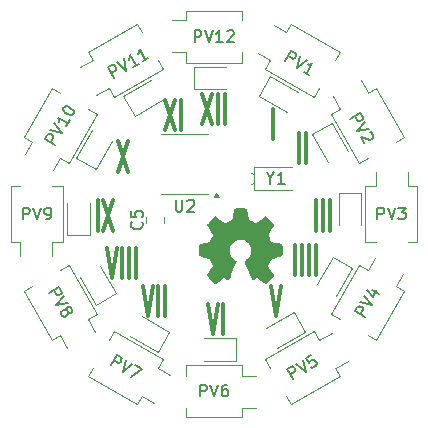
<source format=gbr>
%TF.GenerationSoftware,KiCad,Pcbnew,9.0.0*%
%TF.CreationDate,2025-03-16T18:04:45+02:00*%
%TF.ProjectId,LumiTimeV2,4c756d69-5469-46d6-9556-322e6b696361,rev?*%
%TF.SameCoordinates,Original*%
%TF.FileFunction,Legend,Top*%
%TF.FilePolarity,Positive*%
%FSLAX46Y46*%
G04 Gerber Fmt 4.6, Leading zero omitted, Abs format (unit mm)*
G04 Created by KiCad (PCBNEW 9.0.0) date 2025-03-16 18:04:45*
%MOMM*%
%LPD*%
G01*
G04 APERTURE LIST*
%ADD10C,0.300000*%
%ADD11C,0.150000*%
%ADD12C,0.120000*%
%ADD13C,0.000000*%
G04 APERTURE END LIST*
D10*
X154999999Y-93668704D02*
X154999999Y-91108704D01*
X145874285Y-90358704D02*
X146720952Y-92918704D01*
X146720952Y-90358704D02*
X145874285Y-92918704D01*
X147204761Y-92918704D02*
X147204761Y-90358704D01*
X154826667Y-106108704D02*
X155250000Y-108668704D01*
X155250000Y-108668704D02*
X155673334Y-106108704D01*
X143971905Y-106108704D02*
X144395238Y-108668704D01*
X144395238Y-108668704D02*
X144818572Y-106108704D01*
X145241904Y-108668704D02*
X145241904Y-106108704D01*
X145846666Y-108668704D02*
X145846666Y-106108704D01*
X157197618Y-95668704D02*
X157197618Y-93108704D01*
X157802380Y-95668704D02*
X157802380Y-93108704D01*
X158645237Y-101418704D02*
X158645237Y-98858704D01*
X159249999Y-101418704D02*
X159249999Y-98858704D01*
X159854761Y-101418704D02*
X159854761Y-98858704D01*
X141826666Y-93858704D02*
X142673333Y-96418704D01*
X142673333Y-93858704D02*
X141826666Y-96418704D01*
X140919524Y-102858704D02*
X141342857Y-105418704D01*
X141342857Y-105418704D02*
X141766191Y-102858704D01*
X142189523Y-105418704D02*
X142189523Y-102858704D01*
X142794285Y-105418704D02*
X142794285Y-102858704D01*
X143399047Y-105418704D02*
X143399047Y-102858704D01*
X149524286Y-107608704D02*
X149947619Y-110168704D01*
X149947619Y-110168704D02*
X150370953Y-107608704D01*
X150794285Y-110168704D02*
X150794285Y-107608704D01*
X140145237Y-101418704D02*
X140145237Y-98858704D01*
X140629047Y-98858704D02*
X141475714Y-101418704D01*
X141475714Y-98858704D02*
X140629047Y-101418704D01*
X148971904Y-89858704D02*
X149818571Y-92418704D01*
X149818571Y-89858704D02*
X148971904Y-92418704D01*
X150302380Y-92418704D02*
X150302380Y-89858704D01*
X150907142Y-92418704D02*
X150907142Y-89858704D01*
X156842856Y-105168704D02*
X156842856Y-102608704D01*
X157447618Y-105168704D02*
X157447618Y-102608704D01*
X158052380Y-105168704D02*
X158052380Y-102608704D01*
X158657142Y-105168704D02*
X158657142Y-102608704D01*
D11*
X148357143Y-85454819D02*
X148357143Y-84454819D01*
X148357143Y-84454819D02*
X148738095Y-84454819D01*
X148738095Y-84454819D02*
X148833333Y-84502438D01*
X148833333Y-84502438D02*
X148880952Y-84550057D01*
X148880952Y-84550057D02*
X148928571Y-84645295D01*
X148928571Y-84645295D02*
X148928571Y-84788152D01*
X148928571Y-84788152D02*
X148880952Y-84883390D01*
X148880952Y-84883390D02*
X148833333Y-84931009D01*
X148833333Y-84931009D02*
X148738095Y-84978628D01*
X148738095Y-84978628D02*
X148357143Y-84978628D01*
X149214286Y-84454819D02*
X149547619Y-85454819D01*
X149547619Y-85454819D02*
X149880952Y-84454819D01*
X150738095Y-85454819D02*
X150166667Y-85454819D01*
X150452381Y-85454819D02*
X150452381Y-84454819D01*
X150452381Y-84454819D02*
X150357143Y-84597676D01*
X150357143Y-84597676D02*
X150261905Y-84692914D01*
X150261905Y-84692914D02*
X150166667Y-84740533D01*
X151119048Y-84550057D02*
X151166667Y-84502438D01*
X151166667Y-84502438D02*
X151261905Y-84454819D01*
X151261905Y-84454819D02*
X151500000Y-84454819D01*
X151500000Y-84454819D02*
X151595238Y-84502438D01*
X151595238Y-84502438D02*
X151642857Y-84550057D01*
X151642857Y-84550057D02*
X151690476Y-84645295D01*
X151690476Y-84645295D02*
X151690476Y-84740533D01*
X151690476Y-84740533D02*
X151642857Y-84883390D01*
X151642857Y-84883390D02*
X151071429Y-85454819D01*
X151071429Y-85454819D02*
X151690476Y-85454819D01*
X146738095Y-98799819D02*
X146738095Y-99609342D01*
X146738095Y-99609342D02*
X146785714Y-99704580D01*
X146785714Y-99704580D02*
X146833333Y-99752200D01*
X146833333Y-99752200D02*
X146928571Y-99799819D01*
X146928571Y-99799819D02*
X147119047Y-99799819D01*
X147119047Y-99799819D02*
X147214285Y-99752200D01*
X147214285Y-99752200D02*
X147261904Y-99704580D01*
X147261904Y-99704580D02*
X147309523Y-99609342D01*
X147309523Y-99609342D02*
X147309523Y-98799819D01*
X147738095Y-98895057D02*
X147785714Y-98847438D01*
X147785714Y-98847438D02*
X147880952Y-98799819D01*
X147880952Y-98799819D02*
X148119047Y-98799819D01*
X148119047Y-98799819D02*
X148214285Y-98847438D01*
X148214285Y-98847438D02*
X148261904Y-98895057D01*
X148261904Y-98895057D02*
X148309523Y-98990295D01*
X148309523Y-98990295D02*
X148309523Y-99085533D01*
X148309523Y-99085533D02*
X148261904Y-99228390D01*
X148261904Y-99228390D02*
X147690476Y-99799819D01*
X147690476Y-99799819D02*
X148309523Y-99799819D01*
X156012227Y-87060551D02*
X156512227Y-86194526D01*
X156512227Y-86194526D02*
X156842141Y-86385002D01*
X156842141Y-86385002D02*
X156900810Y-86473860D01*
X156900810Y-86473860D02*
X156918240Y-86538909D01*
X156918240Y-86538909D02*
X156911860Y-86645197D01*
X156911860Y-86645197D02*
X156840432Y-86768915D01*
X156840432Y-86768915D02*
X156751574Y-86827584D01*
X156751574Y-86827584D02*
X156686525Y-86845014D01*
X156686525Y-86845014D02*
X156580237Y-86838634D01*
X156580237Y-86838634D02*
X156250322Y-86648158D01*
X157254534Y-86623097D02*
X157043210Y-87655789D01*
X157043210Y-87655789D02*
X157831885Y-86956430D01*
X158074192Y-88251027D02*
X157579321Y-87965313D01*
X157826756Y-88108170D02*
X158326756Y-87242145D01*
X158326756Y-87242145D02*
X158172849Y-87318244D01*
X158172849Y-87318244D02*
X158042752Y-87353103D01*
X158042752Y-87353103D02*
X157936463Y-87346723D01*
X136022781Y-106717046D02*
X136888807Y-106217046D01*
X136888807Y-106217046D02*
X137079283Y-106546960D01*
X137079283Y-106546960D02*
X137085663Y-106653249D01*
X137085663Y-106653249D02*
X137068233Y-106718297D01*
X137068233Y-106718297D02*
X137009564Y-106807156D01*
X137009564Y-106807156D02*
X136885846Y-106878584D01*
X136885846Y-106878584D02*
X136779558Y-106884964D01*
X136779558Y-106884964D02*
X136714509Y-106867534D01*
X136714509Y-106867534D02*
X136625651Y-106808865D01*
X136625651Y-106808865D02*
X136435174Y-106478951D01*
X137317378Y-106959353D02*
X136618019Y-107748029D01*
X136618019Y-107748029D02*
X137650711Y-107536704D01*
X137517653Y-108163383D02*
X137511273Y-108057094D01*
X137511273Y-108057094D02*
X137528703Y-107992046D01*
X137528703Y-107992046D02*
X137587372Y-107903187D01*
X137587372Y-107903187D02*
X137628611Y-107879378D01*
X137628611Y-107879378D02*
X137734900Y-107872998D01*
X137734900Y-107872998D02*
X137799948Y-107890428D01*
X137799948Y-107890428D02*
X137888807Y-107949097D01*
X137888807Y-107949097D02*
X137984045Y-108114054D01*
X137984045Y-108114054D02*
X137990425Y-108220342D01*
X137990425Y-108220342D02*
X137972995Y-108285391D01*
X137972995Y-108285391D02*
X137914326Y-108374249D01*
X137914326Y-108374249D02*
X137873086Y-108398059D01*
X137873086Y-108398059D02*
X137766798Y-108404439D01*
X137766798Y-108404439D02*
X137701749Y-108387009D01*
X137701749Y-108387009D02*
X137612891Y-108328340D01*
X137612891Y-108328340D02*
X137517653Y-108163383D01*
X137517653Y-108163383D02*
X137428795Y-108104714D01*
X137428795Y-108104714D02*
X137363746Y-108087284D01*
X137363746Y-108087284D02*
X137257458Y-108093663D01*
X137257458Y-108093663D02*
X137092500Y-108188902D01*
X137092500Y-108188902D02*
X137033831Y-108277760D01*
X137033831Y-108277760D02*
X137016402Y-108342809D01*
X137016402Y-108342809D02*
X137022781Y-108449097D01*
X137022781Y-108449097D02*
X137118019Y-108614054D01*
X137118019Y-108614054D02*
X137206878Y-108672723D01*
X137206878Y-108672723D02*
X137271927Y-108690153D01*
X137271927Y-108690153D02*
X137378215Y-108683773D01*
X137378215Y-108683773D02*
X137543172Y-108588535D01*
X137543172Y-108588535D02*
X137601841Y-108499677D01*
X137601841Y-108499677D02*
X137619271Y-108434628D01*
X137619271Y-108434628D02*
X137612891Y-108328340D01*
X141262227Y-112810551D02*
X141762227Y-111944526D01*
X141762227Y-111944526D02*
X142092141Y-112135002D01*
X142092141Y-112135002D02*
X142150810Y-112223860D01*
X142150810Y-112223860D02*
X142168240Y-112288909D01*
X142168240Y-112288909D02*
X142161860Y-112395197D01*
X142161860Y-112395197D02*
X142090432Y-112518915D01*
X142090432Y-112518915D02*
X142001574Y-112577584D01*
X142001574Y-112577584D02*
X141936525Y-112595014D01*
X141936525Y-112595014D02*
X141830237Y-112588634D01*
X141830237Y-112588634D02*
X141500322Y-112398158D01*
X142504534Y-112373097D02*
X142293210Y-113405789D01*
X142293210Y-113405789D02*
X143081885Y-112706430D01*
X143288081Y-112825478D02*
X143865432Y-113158811D01*
X143865432Y-113158811D02*
X142994278Y-113810551D01*
X163833333Y-100454819D02*
X163833333Y-99454819D01*
X163833333Y-99454819D02*
X164214285Y-99454819D01*
X164214285Y-99454819D02*
X164309523Y-99502438D01*
X164309523Y-99502438D02*
X164357142Y-99550057D01*
X164357142Y-99550057D02*
X164404761Y-99645295D01*
X164404761Y-99645295D02*
X164404761Y-99788152D01*
X164404761Y-99788152D02*
X164357142Y-99883390D01*
X164357142Y-99883390D02*
X164309523Y-99931009D01*
X164309523Y-99931009D02*
X164214285Y-99978628D01*
X164214285Y-99978628D02*
X163833333Y-99978628D01*
X164690476Y-99454819D02*
X165023809Y-100454819D01*
X165023809Y-100454819D02*
X165357142Y-99454819D01*
X165595238Y-99454819D02*
X166214285Y-99454819D01*
X166214285Y-99454819D02*
X165880952Y-99835771D01*
X165880952Y-99835771D02*
X166023809Y-99835771D01*
X166023809Y-99835771D02*
X166119047Y-99883390D01*
X166119047Y-99883390D02*
X166166666Y-99931009D01*
X166166666Y-99931009D02*
X166214285Y-100026247D01*
X166214285Y-100026247D02*
X166214285Y-100264342D01*
X166214285Y-100264342D02*
X166166666Y-100359580D01*
X166166666Y-100359580D02*
X166119047Y-100407200D01*
X166119047Y-100407200D02*
X166023809Y-100454819D01*
X166023809Y-100454819D02*
X165738095Y-100454819D01*
X165738095Y-100454819D02*
X165642857Y-100407200D01*
X165642857Y-100407200D02*
X165595238Y-100359580D01*
X161522781Y-91967046D02*
X162388807Y-91467046D01*
X162388807Y-91467046D02*
X162579283Y-91796960D01*
X162579283Y-91796960D02*
X162585663Y-91903249D01*
X162585663Y-91903249D02*
X162568233Y-91968297D01*
X162568233Y-91968297D02*
X162509564Y-92057156D01*
X162509564Y-92057156D02*
X162385846Y-92128584D01*
X162385846Y-92128584D02*
X162279558Y-92134964D01*
X162279558Y-92134964D02*
X162214509Y-92117534D01*
X162214509Y-92117534D02*
X162125651Y-92058865D01*
X162125651Y-92058865D02*
X161935174Y-91728951D01*
X162817378Y-92209353D02*
X162118019Y-92998029D01*
X162118019Y-92998029D02*
X163150711Y-92786704D01*
X163211090Y-93081759D02*
X163276139Y-93099189D01*
X163276139Y-93099189D02*
X163364997Y-93157858D01*
X163364997Y-93157858D02*
X163484045Y-93364054D01*
X163484045Y-93364054D02*
X163490425Y-93470342D01*
X163490425Y-93470342D02*
X163472995Y-93535391D01*
X163472995Y-93535391D02*
X163414326Y-93624249D01*
X163414326Y-93624249D02*
X163331847Y-93671868D01*
X163331847Y-93671868D02*
X163184320Y-93702058D01*
X163184320Y-93702058D02*
X162403734Y-93492900D01*
X162403734Y-93492900D02*
X162713258Y-94029011D01*
X154773809Y-96978628D02*
X154773809Y-97454819D01*
X154440476Y-96454819D02*
X154773809Y-96978628D01*
X154773809Y-96978628D02*
X155107142Y-96454819D01*
X155964285Y-97454819D02*
X155392857Y-97454819D01*
X155678571Y-97454819D02*
X155678571Y-96454819D01*
X155678571Y-96454819D02*
X155583333Y-96597676D01*
X155583333Y-96597676D02*
X155488095Y-96692914D01*
X155488095Y-96692914D02*
X155392857Y-96740533D01*
X143859580Y-100666666D02*
X143907200Y-100714285D01*
X143907200Y-100714285D02*
X143954819Y-100857142D01*
X143954819Y-100857142D02*
X143954819Y-100952380D01*
X143954819Y-100952380D02*
X143907200Y-101095237D01*
X143907200Y-101095237D02*
X143811961Y-101190475D01*
X143811961Y-101190475D02*
X143716723Y-101238094D01*
X143716723Y-101238094D02*
X143526247Y-101285713D01*
X143526247Y-101285713D02*
X143383390Y-101285713D01*
X143383390Y-101285713D02*
X143192914Y-101238094D01*
X143192914Y-101238094D02*
X143097676Y-101190475D01*
X143097676Y-101190475D02*
X143002438Y-101095237D01*
X143002438Y-101095237D02*
X142954819Y-100952380D01*
X142954819Y-100952380D02*
X142954819Y-100857142D01*
X142954819Y-100857142D02*
X143002438Y-100714285D01*
X143002438Y-100714285D02*
X143050057Y-100666666D01*
X142954819Y-99761904D02*
X142954819Y-100238094D01*
X142954819Y-100238094D02*
X143431009Y-100285713D01*
X143431009Y-100285713D02*
X143383390Y-100238094D01*
X143383390Y-100238094D02*
X143335771Y-100142856D01*
X143335771Y-100142856D02*
X143335771Y-99904761D01*
X143335771Y-99904761D02*
X143383390Y-99809523D01*
X143383390Y-99809523D02*
X143431009Y-99761904D01*
X143431009Y-99761904D02*
X143526247Y-99714285D01*
X143526247Y-99714285D02*
X143764342Y-99714285D01*
X143764342Y-99714285D02*
X143859580Y-99761904D01*
X143859580Y-99761904D02*
X143907200Y-99809523D01*
X143907200Y-99809523D02*
X143954819Y-99904761D01*
X143954819Y-99904761D02*
X143954819Y-100142856D01*
X143954819Y-100142856D02*
X143907200Y-100238094D01*
X143907200Y-100238094D02*
X143859580Y-100285713D01*
X136572456Y-94150165D02*
X135706431Y-93650165D01*
X135706431Y-93650165D02*
X135896907Y-93320250D01*
X135896907Y-93320250D02*
X135985765Y-93261581D01*
X135985765Y-93261581D02*
X136050814Y-93244151D01*
X136050814Y-93244151D02*
X136157102Y-93250531D01*
X136157102Y-93250531D02*
X136280820Y-93321960D01*
X136280820Y-93321960D02*
X136339489Y-93410818D01*
X136339489Y-93410818D02*
X136356919Y-93475867D01*
X136356919Y-93475867D02*
X136350539Y-93582155D01*
X136350539Y-93582155D02*
X136160063Y-93912069D01*
X136135002Y-92907857D02*
X137167694Y-93119182D01*
X137167694Y-93119182D02*
X136468335Y-92330507D01*
X137762932Y-92088199D02*
X137477218Y-92583071D01*
X137620075Y-92335635D02*
X136754050Y-91835635D01*
X136754050Y-91835635D02*
X136830149Y-91989542D01*
X136830149Y-91989542D02*
X136865008Y-92119640D01*
X136865008Y-92119640D02*
X136858628Y-92225928D01*
X137206431Y-91052088D02*
X137254050Y-90969610D01*
X137254050Y-90969610D02*
X137342908Y-90910941D01*
X137342908Y-90910941D02*
X137407957Y-90893511D01*
X137407957Y-90893511D02*
X137514245Y-90899891D01*
X137514245Y-90899891D02*
X137703012Y-90953889D01*
X137703012Y-90953889D02*
X137909208Y-91072937D01*
X137909208Y-91072937D02*
X138050356Y-91209414D01*
X138050356Y-91209414D02*
X138109025Y-91298273D01*
X138109025Y-91298273D02*
X138126455Y-91363322D01*
X138126455Y-91363322D02*
X138120075Y-91469610D01*
X138120075Y-91469610D02*
X138072456Y-91552088D01*
X138072456Y-91552088D02*
X137983598Y-91610757D01*
X137983598Y-91610757D02*
X137918549Y-91628187D01*
X137918549Y-91628187D02*
X137812261Y-91621807D01*
X137812261Y-91621807D02*
X137623494Y-91567809D01*
X137623494Y-91567809D02*
X137417297Y-91448761D01*
X137417297Y-91448761D02*
X137276150Y-91312284D01*
X137276150Y-91312284D02*
X137217481Y-91223425D01*
X137217481Y-91223425D02*
X137200051Y-91158376D01*
X137200051Y-91158376D02*
X137206431Y-91052088D01*
X162810551Y-108737772D02*
X161944526Y-108237772D01*
X161944526Y-108237772D02*
X162135002Y-107907858D01*
X162135002Y-107907858D02*
X162223860Y-107849189D01*
X162223860Y-107849189D02*
X162288909Y-107831759D01*
X162288909Y-107831759D02*
X162395197Y-107838139D01*
X162395197Y-107838139D02*
X162518915Y-107909567D01*
X162518915Y-107909567D02*
X162577584Y-107998425D01*
X162577584Y-107998425D02*
X162595014Y-108063474D01*
X162595014Y-108063474D02*
X162588634Y-108169762D01*
X162588634Y-108169762D02*
X162398158Y-108499677D01*
X162373097Y-107495465D02*
X163405789Y-107706789D01*
X163405789Y-107706789D02*
X162706430Y-106918114D01*
X163376058Y-106424952D02*
X163953408Y-106758285D01*
X162927096Y-106440672D02*
X163426638Y-107004012D01*
X163426638Y-107004012D02*
X163736162Y-106467901D01*
X156717046Y-113977218D02*
X156217046Y-113111192D01*
X156217046Y-113111192D02*
X156546960Y-112920716D01*
X156546960Y-112920716D02*
X156653249Y-112914336D01*
X156653249Y-112914336D02*
X156718297Y-112931766D01*
X156718297Y-112931766D02*
X156807156Y-112990435D01*
X156807156Y-112990435D02*
X156878584Y-113114153D01*
X156878584Y-113114153D02*
X156884964Y-113220441D01*
X156884964Y-113220441D02*
X156867534Y-113285490D01*
X156867534Y-113285490D02*
X156808865Y-113374348D01*
X156808865Y-113374348D02*
X156478951Y-113564825D01*
X156959353Y-112682621D02*
X157748029Y-113381980D01*
X157748029Y-113381980D02*
X157536704Y-112349288D01*
X158237772Y-111944526D02*
X157825379Y-112182621D01*
X157825379Y-112182621D02*
X158022235Y-112618823D01*
X158022235Y-112618823D02*
X158039665Y-112553775D01*
X158039665Y-112553775D02*
X158098334Y-112464916D01*
X158098334Y-112464916D02*
X158304530Y-112345869D01*
X158304530Y-112345869D02*
X158410818Y-112339489D01*
X158410818Y-112339489D02*
X158475867Y-112356919D01*
X158475867Y-112356919D02*
X158564726Y-112415588D01*
X158564726Y-112415588D02*
X158683773Y-112621784D01*
X158683773Y-112621784D02*
X158690153Y-112728072D01*
X158690153Y-112728072D02*
X158672723Y-112793121D01*
X158672723Y-112793121D02*
X158614054Y-112881980D01*
X158614054Y-112881980D02*
X158407858Y-113001027D01*
X158407858Y-113001027D02*
X158301569Y-113007407D01*
X158301569Y-113007407D02*
X158236521Y-112989977D01*
X141554653Y-88465313D02*
X141054653Y-87599287D01*
X141054653Y-87599287D02*
X141384568Y-87408811D01*
X141384568Y-87408811D02*
X141490856Y-87402431D01*
X141490856Y-87402431D02*
X141555905Y-87419861D01*
X141555905Y-87419861D02*
X141644763Y-87478530D01*
X141644763Y-87478530D02*
X141716192Y-87602248D01*
X141716192Y-87602248D02*
X141722571Y-87708536D01*
X141722571Y-87708536D02*
X141705142Y-87773585D01*
X141705142Y-87773585D02*
X141646473Y-87862443D01*
X141646473Y-87862443D02*
X141316558Y-88052920D01*
X141796961Y-87170716D02*
X142585636Y-87870075D01*
X142585636Y-87870075D02*
X142374311Y-86837383D01*
X143616619Y-87274836D02*
X143121747Y-87560551D01*
X143369183Y-87417694D02*
X142869183Y-86551668D01*
X142869183Y-86551668D02*
X142858133Y-86723005D01*
X142858133Y-86723005D02*
X142823273Y-86853103D01*
X142823273Y-86853103D02*
X142764604Y-86941961D01*
X144441405Y-86798646D02*
X143946533Y-87084360D01*
X144193969Y-86941503D02*
X143693969Y-86075478D01*
X143693969Y-86075478D02*
X143682919Y-86246815D01*
X143682919Y-86246815D02*
X143648059Y-86376912D01*
X143648059Y-86376912D02*
X143589390Y-86465771D01*
X133833333Y-100454819D02*
X133833333Y-99454819D01*
X133833333Y-99454819D02*
X134214285Y-99454819D01*
X134214285Y-99454819D02*
X134309523Y-99502438D01*
X134309523Y-99502438D02*
X134357142Y-99550057D01*
X134357142Y-99550057D02*
X134404761Y-99645295D01*
X134404761Y-99645295D02*
X134404761Y-99788152D01*
X134404761Y-99788152D02*
X134357142Y-99883390D01*
X134357142Y-99883390D02*
X134309523Y-99931009D01*
X134309523Y-99931009D02*
X134214285Y-99978628D01*
X134214285Y-99978628D02*
X133833333Y-99978628D01*
X134690476Y-99454819D02*
X135023809Y-100454819D01*
X135023809Y-100454819D02*
X135357142Y-99454819D01*
X135738095Y-100454819D02*
X135928571Y-100454819D01*
X135928571Y-100454819D02*
X136023809Y-100407200D01*
X136023809Y-100407200D02*
X136071428Y-100359580D01*
X136071428Y-100359580D02*
X136166666Y-100216723D01*
X136166666Y-100216723D02*
X136214285Y-100026247D01*
X136214285Y-100026247D02*
X136214285Y-99645295D01*
X136214285Y-99645295D02*
X136166666Y-99550057D01*
X136166666Y-99550057D02*
X136119047Y-99502438D01*
X136119047Y-99502438D02*
X136023809Y-99454819D01*
X136023809Y-99454819D02*
X135833333Y-99454819D01*
X135833333Y-99454819D02*
X135738095Y-99502438D01*
X135738095Y-99502438D02*
X135690476Y-99550057D01*
X135690476Y-99550057D02*
X135642857Y-99645295D01*
X135642857Y-99645295D02*
X135642857Y-99883390D01*
X135642857Y-99883390D02*
X135690476Y-99978628D01*
X135690476Y-99978628D02*
X135738095Y-100026247D01*
X135738095Y-100026247D02*
X135833333Y-100073866D01*
X135833333Y-100073866D02*
X136023809Y-100073866D01*
X136023809Y-100073866D02*
X136119047Y-100026247D01*
X136119047Y-100026247D02*
X136166666Y-99978628D01*
X136166666Y-99978628D02*
X136214285Y-99883390D01*
X148833333Y-115454819D02*
X148833333Y-114454819D01*
X148833333Y-114454819D02*
X149214285Y-114454819D01*
X149214285Y-114454819D02*
X149309523Y-114502438D01*
X149309523Y-114502438D02*
X149357142Y-114550057D01*
X149357142Y-114550057D02*
X149404761Y-114645295D01*
X149404761Y-114645295D02*
X149404761Y-114788152D01*
X149404761Y-114788152D02*
X149357142Y-114883390D01*
X149357142Y-114883390D02*
X149309523Y-114931009D01*
X149309523Y-114931009D02*
X149214285Y-114978628D01*
X149214285Y-114978628D02*
X148833333Y-114978628D01*
X149690476Y-114454819D02*
X150023809Y-115454819D01*
X150023809Y-115454819D02*
X150357142Y-114454819D01*
X151119047Y-114454819D02*
X150928571Y-114454819D01*
X150928571Y-114454819D02*
X150833333Y-114502438D01*
X150833333Y-114502438D02*
X150785714Y-114550057D01*
X150785714Y-114550057D02*
X150690476Y-114692914D01*
X150690476Y-114692914D02*
X150642857Y-114883390D01*
X150642857Y-114883390D02*
X150642857Y-115264342D01*
X150642857Y-115264342D02*
X150690476Y-115359580D01*
X150690476Y-115359580D02*
X150738095Y-115407200D01*
X150738095Y-115407200D02*
X150833333Y-115454819D01*
X150833333Y-115454819D02*
X151023809Y-115454819D01*
X151023809Y-115454819D02*
X151119047Y-115407200D01*
X151119047Y-115407200D02*
X151166666Y-115359580D01*
X151166666Y-115359580D02*
X151214285Y-115264342D01*
X151214285Y-115264342D02*
X151214285Y-115026247D01*
X151214285Y-115026247D02*
X151166666Y-114931009D01*
X151166666Y-114931009D02*
X151119047Y-114883390D01*
X151119047Y-114883390D02*
X151023809Y-114835771D01*
X151023809Y-114835771D02*
X150833333Y-114835771D01*
X150833333Y-114835771D02*
X150738095Y-114883390D01*
X150738095Y-114883390D02*
X150690476Y-114931009D01*
X150690476Y-114931009D02*
X150642857Y-115026247D01*
D12*
%TO.C,PV12*%
X146410000Y-86310000D02*
X147600000Y-86310000D01*
X147590000Y-83600000D02*
X146410000Y-83600000D01*
X147600000Y-82800000D02*
X147600000Y-83600000D01*
X147600000Y-86310000D02*
X147600000Y-87200000D01*
X147600000Y-87200000D02*
X152400000Y-87200000D01*
X152400000Y-82800000D02*
X147600000Y-82800000D01*
X152400000Y-83600000D02*
X152400000Y-82800000D01*
X152400000Y-87200000D02*
X152400000Y-86310000D01*
%TO.C,D2*%
X158294866Y-93270747D02*
X159637366Y-95596025D01*
X159957634Y-92310747D02*
X158294866Y-93270747D01*
X161300134Y-94636025D02*
X159957634Y-92310747D01*
%TO.C,U2*%
X147500000Y-93190000D02*
X145550000Y-93190000D01*
X147500000Y-93190000D02*
X149450000Y-93190000D01*
X147500000Y-98310000D02*
X145550000Y-98310000D01*
X147500000Y-98310000D02*
X149450000Y-98310000D01*
X150440000Y-98545000D02*
X149960000Y-98545000D01*
X150200000Y-98215000D01*
X150440000Y-98545000D01*
G36*
X150440000Y-98545000D02*
G01*
X149960000Y-98545000D01*
X150200000Y-98215000D01*
X150440000Y-98545000D01*
G37*
%TO.C,D5*%
X155363975Y-111331384D02*
X157689253Y-109988884D01*
X156729253Y-108326116D02*
X154403975Y-109668616D01*
X157689253Y-109988884D02*
X156729253Y-108326116D01*
%TO.C,D1*%
X153810747Y-89988884D02*
X156136025Y-91331384D01*
X154770747Y-88326116D02*
X153810747Y-89988884D01*
X157096025Y-89668616D02*
X154770747Y-88326116D01*
%TO.C,PV1*%
X153735969Y-86339493D02*
X154766539Y-86934493D01*
X154321540Y-87705255D02*
X158478461Y-90105256D01*
X154766539Y-86934493D02*
X154321540Y-87705255D01*
X156112879Y-84582564D02*
X155090969Y-83992564D01*
X156521539Y-83894744D02*
X156121539Y-84587564D01*
X158478461Y-90105256D02*
X158923460Y-89334494D01*
X160278460Y-86987565D02*
X160678460Y-86294745D01*
X160678460Y-86294745D02*
X156521539Y-83894744D01*
%TO.C,PV8*%
X133894744Y-106521540D02*
X136294745Y-110678462D01*
X134587565Y-106121538D02*
X133894744Y-106521540D01*
X136294745Y-110678462D02*
X136987564Y-110278461D01*
X136992564Y-110287120D02*
X137582566Y-111309032D01*
X137705255Y-104321538D02*
X136934494Y-104766538D01*
X139334493Y-108923461D02*
X140105256Y-108478460D01*
X139929495Y-109954032D02*
X139334493Y-108923461D01*
X140105256Y-108478460D02*
X137705255Y-104321538D01*
%TO.C,PV7*%
X139321539Y-113705254D02*
X143478461Y-116105256D01*
X139721539Y-113012436D02*
X139321539Y-113705254D01*
X141521539Y-109894744D02*
X141076539Y-110665505D01*
X143478461Y-116105256D02*
X143878462Y-115412434D01*
X143887122Y-115417435D02*
X144909031Y-116007436D01*
X145233460Y-113065505D02*
X145678461Y-112294746D01*
X145678461Y-112294746D02*
X141521539Y-109894744D01*
X146264032Y-113660508D02*
X145233460Y-113065505D01*
%TO.C,D3*%
X160540000Y-98252500D02*
X160540000Y-100937500D01*
X162460000Y-98252500D02*
X160540000Y-98252500D01*
X162460000Y-100937500D02*
X162460000Y-98252500D01*
%TO.C,D10*%
X138326116Y-95229253D02*
X139988884Y-96189253D01*
X139668616Y-92903975D02*
X138326116Y-95229253D01*
X139988884Y-96189253D02*
X141331384Y-93863975D01*
%TO.C,D8*%
X138668616Y-105363975D02*
X140011116Y-107689253D01*
X140011116Y-107689253D02*
X141673884Y-106729253D01*
X141673884Y-106729253D02*
X140331384Y-104403975D01*
%TO.C,PV3*%
X162800000Y-97600000D02*
X162800000Y-102400000D01*
X162800000Y-102400000D02*
X163690000Y-102400000D01*
X163690000Y-96410000D02*
X163690000Y-97600000D01*
X163690000Y-97600000D02*
X162800000Y-97600000D01*
X166400000Y-97590000D02*
X166400000Y-96410000D01*
X166400000Y-102400000D02*
X167200000Y-102400000D01*
X167200000Y-97600000D02*
X166400000Y-97600000D01*
X167200000Y-102400000D02*
X167200000Y-97600000D01*
%TO.C,D4*%
X160042366Y-103622646D02*
X158699866Y-105947924D01*
X160362634Y-106907924D02*
X161705134Y-104582646D01*
X161705134Y-104582646D02*
X160042366Y-103622646D01*
%TO.C,D7*%
X142903975Y-110331384D02*
X145229253Y-111673884D01*
X145229253Y-111673884D02*
X146189253Y-110011116D01*
X146189253Y-110011116D02*
X143863975Y-108668616D01*
%TO.C,PV2*%
X159894742Y-91521539D02*
X162294744Y-95678461D01*
X160070507Y-90045969D02*
X160665507Y-91076536D01*
X160665507Y-91076536D02*
X159894742Y-91521539D01*
X162294744Y-95678461D02*
X163065506Y-95233460D01*
X163007434Y-89712880D02*
X162417437Y-88690969D01*
X163705256Y-89321539D02*
X163012434Y-89721538D01*
X165412435Y-93878460D02*
X166105258Y-93478461D01*
X166105258Y-93478461D02*
X163705256Y-89321539D01*
%TO.C,Y1*%
X153125000Y-96500000D02*
X153125000Y-96500000D01*
X153125000Y-97500000D02*
X153125000Y-97500000D01*
X153375000Y-96050000D02*
X156575000Y-96050000D01*
X153375000Y-96650000D02*
X153125000Y-96500000D01*
X153375000Y-97350000D02*
X153125000Y-97500000D01*
X153375000Y-97950000D02*
X153375000Y-96050000D01*
X156575000Y-97950000D02*
X153375000Y-97950000D01*
%TO.C,C5*%
X144265000Y-100238748D02*
X144265000Y-100761252D01*
X145735000Y-100238748D02*
X145735000Y-100761252D01*
%TO.C,D12*%
X148315000Y-87540000D02*
X148315000Y-89460000D01*
X148315000Y-89460000D02*
X151000000Y-89460000D01*
X151000000Y-87540000D02*
X148315000Y-87540000D01*
D13*
%TO.C,OSHW*%
G36*
X152390223Y-99522587D02*
G01*
X152549322Y-99529981D01*
X152676108Y-99543022D01*
X152752726Y-99561709D01*
X152764987Y-99570310D01*
X152785952Y-99624799D01*
X152814552Y-99736090D01*
X152846702Y-99886870D01*
X152872501Y-100025838D01*
X152904668Y-100196150D01*
X152936786Y-100341221D01*
X152964711Y-100443635D01*
X152981354Y-100483288D01*
X153032711Y-100519601D01*
X153134509Y-100571566D01*
X153266690Y-100629137D01*
X153295631Y-100640686D01*
X153572133Y-100749264D01*
X153981901Y-100471051D01*
X154391669Y-100192838D01*
X154712367Y-100505318D01*
X154841728Y-100634034D01*
X154952891Y-100749604D01*
X155033545Y-100838904D01*
X155070516Y-100887122D01*
X155079291Y-100928771D01*
X155063360Y-100989532D01*
X155017371Y-101080554D01*
X154935975Y-101212982D01*
X154854562Y-101337044D01*
X154756819Y-101486901D01*
X154676735Y-101615499D01*
X154622440Y-101709369D01*
X154602060Y-101755043D01*
X154602056Y-101755461D01*
X154616300Y-101805575D01*
X154653398Y-101905636D01*
X154706245Y-102036797D01*
X154724660Y-102080698D01*
X154846365Y-102368116D01*
X155283412Y-102449441D01*
X155502684Y-102494985D01*
X155660503Y-102538178D01*
X155751296Y-102577389D01*
X155767356Y-102591276D01*
X155789650Y-102658514D01*
X155805107Y-102780668D01*
X155813727Y-102937930D01*
X155815509Y-103110492D01*
X155810454Y-103278546D01*
X155798562Y-103422284D01*
X155779832Y-103521898D01*
X155767356Y-103549730D01*
X155700823Y-103591512D01*
X155560075Y-103637405D01*
X155345812Y-103687192D01*
X155294209Y-103697595D01*
X154867961Y-103781758D01*
X154737185Y-104109289D01*
X154606410Y-104436820D01*
X154857654Y-104808224D01*
X154966519Y-104972717D01*
X155036125Y-105088507D01*
X155072005Y-105167093D01*
X155079695Y-105219973D01*
X155070213Y-105249822D01*
X155029123Y-105303009D01*
X154946309Y-105395164D01*
X154834000Y-105513102D01*
X154710899Y-105637239D01*
X154390270Y-105954463D01*
X154010879Y-105695357D01*
X153631488Y-105436251D01*
X153467314Y-105523345D01*
X153362301Y-105570556D01*
X153279487Y-105592869D01*
X153253912Y-105591547D01*
X153227547Y-105553485D01*
X153178881Y-105457797D01*
X153113070Y-105316688D01*
X153035269Y-105142367D01*
X152950630Y-104947039D01*
X152864310Y-104742913D01*
X152781463Y-104542195D01*
X152707243Y-104357093D01*
X152646805Y-104199812D01*
X152605303Y-104082561D01*
X152587892Y-104017546D01*
X152587666Y-104013744D01*
X152615508Y-103960282D01*
X152685980Y-103887298D01*
X152728360Y-103852554D01*
X152918542Y-103689188D01*
X153045836Y-103529415D01*
X153119524Y-103356287D01*
X153148888Y-103152855D01*
X153150443Y-103081879D01*
X153131030Y-102859646D01*
X153065499Y-102673840D01*
X152942913Y-102496255D01*
X152907833Y-102456188D01*
X152722394Y-102303332D01*
X152505515Y-102209405D01*
X152272212Y-102174407D01*
X152037500Y-102198338D01*
X151816392Y-102281198D01*
X151623903Y-102422987D01*
X151592166Y-102456188D01*
X151456329Y-102634790D01*
X151379498Y-102815597D01*
X151350593Y-103027412D01*
X151349557Y-103086870D01*
X151375934Y-103330837D01*
X151459733Y-103536206D01*
X151607955Y-103716922D01*
X151709100Y-103802922D01*
X151811579Y-103889420D01*
X151884611Y-103965254D01*
X151912334Y-104013853D01*
X151898179Y-104072685D01*
X151859169Y-104185071D01*
X151800481Y-104338802D01*
X151727296Y-104521668D01*
X151644792Y-104721462D01*
X151558149Y-104925973D01*
X151472546Y-105122993D01*
X151393162Y-105300313D01*
X151325177Y-105445722D01*
X151273769Y-105547013D01*
X151244119Y-105591976D01*
X151242473Y-105592934D01*
X151180687Y-105587945D01*
X151083229Y-105552399D01*
X151027580Y-105524690D01*
X150865532Y-105436167D01*
X150529330Y-105668761D01*
X150387223Y-105765672D01*
X150264560Y-105846739D01*
X150176435Y-105902138D01*
X150141411Y-105921202D01*
X150093930Y-105903199D01*
X150004256Y-105834862D01*
X149879656Y-105722289D01*
X149739866Y-105584324D01*
X149579844Y-105415961D01*
X149474278Y-105292262D01*
X149420258Y-105209517D01*
X149413025Y-105167698D01*
X149442922Y-105113205D01*
X149505733Y-105012823D01*
X149591452Y-104882207D01*
X149665166Y-104773221D01*
X149894321Y-104438646D01*
X149763180Y-104110202D01*
X149632039Y-103781758D01*
X149205790Y-103697595D01*
X148976910Y-103647056D01*
X148821407Y-103600367D01*
X148739978Y-103557745D01*
X148732644Y-103549730D01*
X148710349Y-103480975D01*
X148694892Y-103357769D01*
X148686273Y-103199920D01*
X148684490Y-103027236D01*
X148689545Y-102859526D01*
X148701438Y-102716597D01*
X148720168Y-102618259D01*
X148732644Y-102591276D01*
X148795730Y-102554066D01*
X148928020Y-102512234D01*
X149123941Y-102467414D01*
X149216588Y-102449441D01*
X149653634Y-102368116D01*
X149775339Y-102080698D01*
X149831617Y-101943738D01*
X149874342Y-101832050D01*
X149896409Y-101764484D01*
X149897944Y-101755461D01*
X149878541Y-101711200D01*
X149825014Y-101618398D01*
X149745490Y-101490522D01*
X149648098Y-101341041D01*
X149645438Y-101337044D01*
X149535912Y-101168787D01*
X149465560Y-101049784D01*
X149429030Y-100968886D01*
X149420973Y-100914946D01*
X149429484Y-100887122D01*
X149470309Y-100834411D01*
X149553196Y-100743114D01*
X149665835Y-100626356D01*
X149787632Y-100505318D01*
X150108330Y-100192838D01*
X150518099Y-100471051D01*
X150927867Y-100749264D01*
X151204369Y-100640686D01*
X151340290Y-100583204D01*
X151449929Y-100529277D01*
X151513226Y-100488948D01*
X151518646Y-100483288D01*
X151540169Y-100427968D01*
X151569229Y-100315943D01*
X151601680Y-100164629D01*
X151627499Y-100025838D01*
X151659531Y-99855786D01*
X151691318Y-99711220D01*
X151718774Y-99609453D01*
X151735013Y-99570310D01*
X151787831Y-99549473D01*
X151897617Y-99534282D01*
X152046515Y-99524737D01*
X152216669Y-99520839D01*
X152390223Y-99522587D01*
G37*
D12*
%TO.C,D11*%
X142310747Y-90011116D02*
X143270747Y-91673884D01*
X143270747Y-91673884D02*
X145596025Y-90331384D01*
X144636025Y-88668616D02*
X142310747Y-90011116D01*
%TO.C,PV10*%
X133894744Y-93478461D02*
X134587565Y-93878461D01*
X134582564Y-93887121D02*
X133992564Y-94909031D01*
X136294744Y-89321539D02*
X133894744Y-93478461D01*
X136339495Y-96264031D02*
X136934493Y-95233461D01*
X136934493Y-95233461D02*
X137705256Y-95678461D01*
X136987564Y-89721539D02*
X136294744Y-89321539D01*
X137705256Y-95678461D02*
X140105256Y-91521539D01*
X140105256Y-91521539D02*
X139334494Y-91076540D01*
%TO.C,PV4*%
X159894744Y-108478461D02*
X160665507Y-108923461D01*
X162294743Y-104321539D02*
X159894744Y-108478461D01*
X163012436Y-110278461D02*
X163705257Y-110678461D01*
X163065504Y-104766539D02*
X162294743Y-104321539D01*
X163660505Y-103735969D02*
X163065504Y-104766539D01*
X163705257Y-110678461D02*
X166105256Y-106521539D01*
X165417436Y-106112880D02*
X166007435Y-105090968D01*
X166105256Y-106521539D02*
X165412436Y-106121540D01*
%TO.C,PV5*%
X154321540Y-112294745D02*
X154766539Y-113065508D01*
X156121540Y-115412436D02*
X156521539Y-116105257D01*
X156521539Y-116105257D02*
X160678460Y-113705255D01*
X158478461Y-109894743D02*
X154321540Y-112294745D01*
X158923460Y-110665506D02*
X158478461Y-109894743D01*
X159954031Y-110070507D02*
X158923460Y-110665506D01*
X160287121Y-113007436D02*
X161309031Y-112417436D01*
X160678460Y-113705255D02*
X160278461Y-113012436D01*
%TO.C,PV11*%
X139321540Y-86294745D02*
X139721539Y-86987564D01*
X139712878Y-86992566D02*
X138690969Y-87582564D01*
X140045969Y-89929493D02*
X141076540Y-89334494D01*
X141076540Y-89334494D02*
X141521539Y-90105256D01*
X141521539Y-90105256D02*
X145678460Y-87705255D01*
X143478461Y-83894744D02*
X139321540Y-86294745D01*
X143878461Y-84587565D02*
X143478461Y-83894744D01*
X145678460Y-87705255D02*
X145233461Y-86934493D01*
%TO.C,PV9*%
X132800000Y-97600000D02*
X132800000Y-102400000D01*
X132800000Y-102400000D02*
X133600000Y-102400000D01*
X133600000Y-97600000D02*
X132800000Y-97600000D01*
X133600000Y-102410000D02*
X133600000Y-103590000D01*
X136310000Y-102400000D02*
X137200000Y-102400000D01*
X136310000Y-103590000D02*
X136310000Y-102400000D01*
X137200000Y-97600000D02*
X136310000Y-97600000D01*
X137200000Y-102400000D02*
X137200000Y-97600000D01*
%TO.C,PV6*%
X147600000Y-112800000D02*
X147600000Y-113690000D01*
X147600000Y-116400000D02*
X147600000Y-117200000D01*
X147600000Y-117200000D02*
X152400000Y-117200000D01*
X152400000Y-112800000D02*
X147600000Y-112800000D01*
X152400000Y-113690000D02*
X152400000Y-112800000D01*
X152400000Y-117200000D02*
X152400000Y-116400000D01*
X152410000Y-116400000D02*
X153590000Y-116400000D01*
X153590000Y-113690000D02*
X152400000Y-113690000D01*
%TO.C,D6*%
X149187500Y-112460000D02*
X151872500Y-112460000D01*
X151872500Y-110540000D02*
X149187500Y-110540000D01*
X151872500Y-112460000D02*
X151872500Y-110540000D01*
%TO.C,D9*%
X137540000Y-99062500D02*
X137540000Y-101747500D01*
X137540000Y-101747500D02*
X139460000Y-101747500D01*
X139460000Y-101747500D02*
X139460000Y-99062500D01*
%TD*%
M02*

</source>
